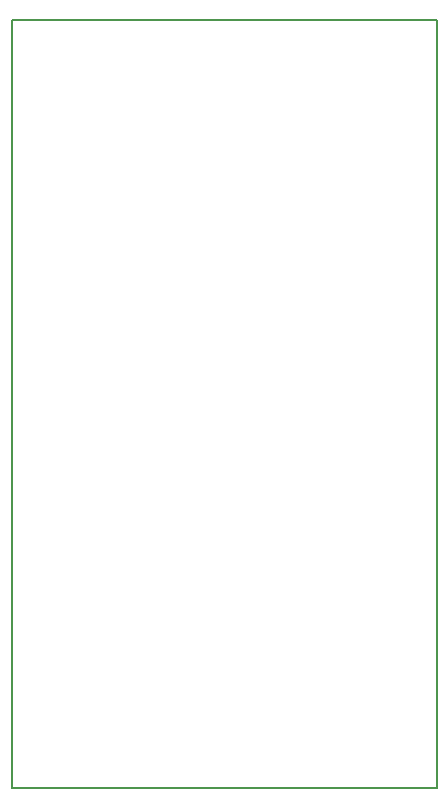
<source format=gm1>
G04 #@! TF.FileFunction,Profile,NP*
%FSLAX46Y46*%
G04 Gerber Fmt 4.6, Leading zero omitted, Abs format (unit mm)*
G04 Created by KiCad (PCBNEW 4.0.7) date 03/27/18 13:34:48*
%MOMM*%
%LPD*%
G01*
G04 APERTURE LIST*
%ADD10C,0.100000*%
%ADD11C,0.150000*%
G04 APERTURE END LIST*
D10*
D11*
X102000000Y-113000000D02*
X102000000Y-48000000D01*
X138000000Y-113000000D02*
X102000000Y-113000000D01*
X138000000Y-48000000D02*
X138000000Y-113000000D01*
X102000000Y-48000000D02*
X138000000Y-48000000D01*
X138000000Y-113000000D02*
X102000000Y-113000000D01*
M02*

</source>
